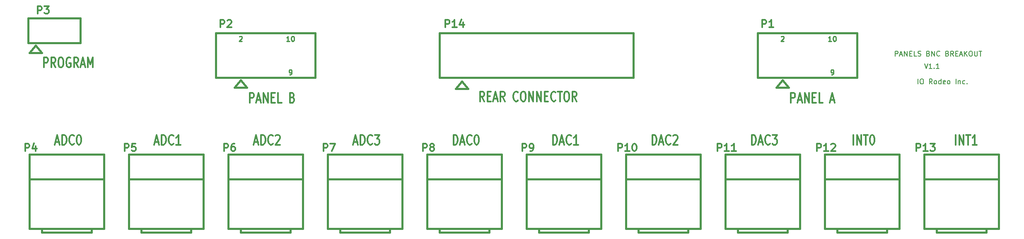
<source format=gto>
G04 (created by PCBNEW (2013-jul-07)-stable) date Thu 13 Aug 2015 05:15:58 PM PDT*
%MOIN*%
G04 Gerber Fmt 3.4, Leading zero omitted, Abs format*
%FSLAX34Y34*%
G01*
G70*
G90*
G04 APERTURE LIST*
%ADD10C,0.00393701*%
%ADD11C,0.008*%
%ADD12C,0.012*%
%ADD13C,0.015*%
%ADD14C,0.01*%
G04 APERTURE END LIST*
G54D10*
G54D11*
X91140Y-29011D02*
X91273Y-29411D01*
X91407Y-29011D01*
X91750Y-29411D02*
X91521Y-29411D01*
X91635Y-29411D02*
X91635Y-29011D01*
X91597Y-29069D01*
X91559Y-29107D01*
X91521Y-29126D01*
X91921Y-29373D02*
X91940Y-29392D01*
X91921Y-29411D01*
X91902Y-29392D01*
X91921Y-29373D01*
X91921Y-29411D01*
X92321Y-29411D02*
X92092Y-29411D01*
X92207Y-29411D02*
X92207Y-29011D01*
X92169Y-29069D01*
X92130Y-29107D01*
X92092Y-29126D01*
X90626Y-30661D02*
X90626Y-30261D01*
X90892Y-30261D02*
X90969Y-30261D01*
X91007Y-30280D01*
X91045Y-30319D01*
X91064Y-30395D01*
X91064Y-30528D01*
X91045Y-30604D01*
X91007Y-30642D01*
X90969Y-30661D01*
X90892Y-30661D01*
X90854Y-30642D01*
X90816Y-30604D01*
X90797Y-30528D01*
X90797Y-30395D01*
X90816Y-30319D01*
X90854Y-30280D01*
X90892Y-30261D01*
X91769Y-30661D02*
X91635Y-30471D01*
X91540Y-30661D02*
X91540Y-30261D01*
X91692Y-30261D01*
X91730Y-30280D01*
X91750Y-30300D01*
X91769Y-30338D01*
X91769Y-30395D01*
X91750Y-30433D01*
X91730Y-30452D01*
X91692Y-30471D01*
X91540Y-30471D01*
X91997Y-30661D02*
X91959Y-30642D01*
X91940Y-30623D01*
X91921Y-30585D01*
X91921Y-30471D01*
X91940Y-30433D01*
X91959Y-30414D01*
X91997Y-30395D01*
X92054Y-30395D01*
X92092Y-30414D01*
X92111Y-30433D01*
X92130Y-30471D01*
X92130Y-30585D01*
X92111Y-30623D01*
X92092Y-30642D01*
X92054Y-30661D01*
X91997Y-30661D01*
X92473Y-30661D02*
X92473Y-30261D01*
X92473Y-30642D02*
X92435Y-30661D01*
X92359Y-30661D01*
X92321Y-30642D01*
X92302Y-30623D01*
X92283Y-30585D01*
X92283Y-30471D01*
X92302Y-30433D01*
X92321Y-30414D01*
X92359Y-30395D01*
X92435Y-30395D01*
X92473Y-30414D01*
X92816Y-30642D02*
X92778Y-30661D01*
X92702Y-30661D01*
X92664Y-30642D01*
X92645Y-30604D01*
X92645Y-30452D01*
X92664Y-30414D01*
X92702Y-30395D01*
X92778Y-30395D01*
X92816Y-30414D01*
X92835Y-30452D01*
X92835Y-30490D01*
X92645Y-30528D01*
X93064Y-30661D02*
X93026Y-30642D01*
X93007Y-30623D01*
X92988Y-30585D01*
X92988Y-30471D01*
X93007Y-30433D01*
X93026Y-30414D01*
X93064Y-30395D01*
X93121Y-30395D01*
X93159Y-30414D01*
X93178Y-30433D01*
X93197Y-30471D01*
X93197Y-30585D01*
X93178Y-30623D01*
X93159Y-30642D01*
X93121Y-30661D01*
X93064Y-30661D01*
X93673Y-30661D02*
X93673Y-30261D01*
X93864Y-30395D02*
X93864Y-30661D01*
X93864Y-30433D02*
X93883Y-30414D01*
X93921Y-30395D01*
X93978Y-30395D01*
X94016Y-30414D01*
X94035Y-30452D01*
X94035Y-30661D01*
X94397Y-30642D02*
X94359Y-30661D01*
X94283Y-30661D01*
X94245Y-30642D01*
X94226Y-30623D01*
X94207Y-30585D01*
X94207Y-30471D01*
X94226Y-30433D01*
X94245Y-30414D01*
X94283Y-30395D01*
X94359Y-30395D01*
X94397Y-30414D01*
X94569Y-30623D02*
X94588Y-30642D01*
X94569Y-30661D01*
X94550Y-30642D01*
X94569Y-30623D01*
X94569Y-30661D01*
X88792Y-28411D02*
X88792Y-28011D01*
X88945Y-28011D01*
X88983Y-28030D01*
X89002Y-28050D01*
X89021Y-28088D01*
X89021Y-28145D01*
X89002Y-28183D01*
X88983Y-28202D01*
X88945Y-28221D01*
X88792Y-28221D01*
X89173Y-28297D02*
X89364Y-28297D01*
X89135Y-28411D02*
X89269Y-28011D01*
X89402Y-28411D01*
X89535Y-28411D02*
X89535Y-28011D01*
X89764Y-28411D01*
X89764Y-28011D01*
X89954Y-28202D02*
X90088Y-28202D01*
X90145Y-28411D02*
X89954Y-28411D01*
X89954Y-28011D01*
X90145Y-28011D01*
X90507Y-28411D02*
X90316Y-28411D01*
X90316Y-28011D01*
X90621Y-28392D02*
X90678Y-28411D01*
X90773Y-28411D01*
X90811Y-28392D01*
X90830Y-28373D01*
X90850Y-28335D01*
X90850Y-28297D01*
X90830Y-28259D01*
X90811Y-28240D01*
X90773Y-28221D01*
X90697Y-28202D01*
X90659Y-28183D01*
X90640Y-28164D01*
X90621Y-28126D01*
X90621Y-28088D01*
X90640Y-28050D01*
X90659Y-28030D01*
X90697Y-28011D01*
X90792Y-28011D01*
X90850Y-28030D01*
X91459Y-28202D02*
X91516Y-28221D01*
X91535Y-28240D01*
X91554Y-28278D01*
X91554Y-28335D01*
X91535Y-28373D01*
X91516Y-28392D01*
X91478Y-28411D01*
X91326Y-28411D01*
X91326Y-28011D01*
X91459Y-28011D01*
X91497Y-28030D01*
X91516Y-28050D01*
X91535Y-28088D01*
X91535Y-28126D01*
X91516Y-28164D01*
X91497Y-28183D01*
X91459Y-28202D01*
X91326Y-28202D01*
X91726Y-28411D02*
X91726Y-28011D01*
X91954Y-28411D01*
X91954Y-28011D01*
X92373Y-28373D02*
X92354Y-28392D01*
X92297Y-28411D01*
X92259Y-28411D01*
X92202Y-28392D01*
X92164Y-28354D01*
X92145Y-28316D01*
X92126Y-28240D01*
X92126Y-28183D01*
X92145Y-28107D01*
X92164Y-28069D01*
X92202Y-28030D01*
X92259Y-28011D01*
X92297Y-28011D01*
X92354Y-28030D01*
X92373Y-28050D01*
X92983Y-28202D02*
X93040Y-28221D01*
X93059Y-28240D01*
X93078Y-28278D01*
X93078Y-28335D01*
X93059Y-28373D01*
X93040Y-28392D01*
X93002Y-28411D01*
X92850Y-28411D01*
X92850Y-28011D01*
X92983Y-28011D01*
X93021Y-28030D01*
X93040Y-28050D01*
X93059Y-28088D01*
X93059Y-28126D01*
X93040Y-28164D01*
X93021Y-28183D01*
X92983Y-28202D01*
X92850Y-28202D01*
X93478Y-28411D02*
X93345Y-28221D01*
X93250Y-28411D02*
X93250Y-28011D01*
X93402Y-28011D01*
X93440Y-28030D01*
X93459Y-28050D01*
X93478Y-28088D01*
X93478Y-28145D01*
X93459Y-28183D01*
X93440Y-28202D01*
X93402Y-28221D01*
X93250Y-28221D01*
X93650Y-28202D02*
X93783Y-28202D01*
X93840Y-28411D02*
X93650Y-28411D01*
X93650Y-28011D01*
X93840Y-28011D01*
X93992Y-28297D02*
X94183Y-28297D01*
X93954Y-28411D02*
X94088Y-28011D01*
X94221Y-28411D01*
X94354Y-28411D02*
X94354Y-28011D01*
X94583Y-28411D02*
X94411Y-28183D01*
X94583Y-28011D02*
X94354Y-28240D01*
X94830Y-28011D02*
X94907Y-28011D01*
X94945Y-28030D01*
X94983Y-28069D01*
X95002Y-28145D01*
X95002Y-28278D01*
X94983Y-28354D01*
X94945Y-28392D01*
X94907Y-28411D01*
X94830Y-28411D01*
X94792Y-28392D01*
X94754Y-28354D01*
X94735Y-28278D01*
X94735Y-28145D01*
X94754Y-28069D01*
X94792Y-28030D01*
X94830Y-28011D01*
X95173Y-28011D02*
X95173Y-28335D01*
X95192Y-28373D01*
X95211Y-28392D01*
X95250Y-28411D01*
X95326Y-28411D01*
X95364Y-28392D01*
X95383Y-28373D01*
X95402Y-28335D01*
X95402Y-28011D01*
X95535Y-28011D02*
X95764Y-28011D01*
X95650Y-28411D02*
X95650Y-28011D01*
G54D12*
X55721Y-32073D02*
X55521Y-31692D01*
X55378Y-32073D02*
X55378Y-31273D01*
X55607Y-31273D01*
X55664Y-31311D01*
X55692Y-31350D01*
X55721Y-31426D01*
X55721Y-31540D01*
X55692Y-31616D01*
X55664Y-31654D01*
X55607Y-31692D01*
X55378Y-31692D01*
X55978Y-31654D02*
X56178Y-31654D01*
X56264Y-32073D02*
X55978Y-32073D01*
X55978Y-31273D01*
X56264Y-31273D01*
X56492Y-31845D02*
X56778Y-31845D01*
X56435Y-32073D02*
X56635Y-31273D01*
X56835Y-32073D01*
X57378Y-32073D02*
X57178Y-31692D01*
X57035Y-32073D02*
X57035Y-31273D01*
X57264Y-31273D01*
X57321Y-31311D01*
X57350Y-31350D01*
X57378Y-31426D01*
X57378Y-31540D01*
X57350Y-31616D01*
X57321Y-31654D01*
X57264Y-31692D01*
X57035Y-31692D01*
X58435Y-31997D02*
X58407Y-32035D01*
X58321Y-32073D01*
X58264Y-32073D01*
X58178Y-32035D01*
X58121Y-31959D01*
X58092Y-31883D01*
X58064Y-31730D01*
X58064Y-31616D01*
X58092Y-31464D01*
X58121Y-31388D01*
X58178Y-31311D01*
X58264Y-31273D01*
X58321Y-31273D01*
X58407Y-31311D01*
X58435Y-31350D01*
X58807Y-31273D02*
X58921Y-31273D01*
X58978Y-31311D01*
X59035Y-31388D01*
X59064Y-31540D01*
X59064Y-31807D01*
X59035Y-31959D01*
X58978Y-32035D01*
X58921Y-32073D01*
X58807Y-32073D01*
X58750Y-32035D01*
X58692Y-31959D01*
X58664Y-31807D01*
X58664Y-31540D01*
X58692Y-31388D01*
X58750Y-31311D01*
X58807Y-31273D01*
X59321Y-32073D02*
X59321Y-31273D01*
X59664Y-32073D01*
X59664Y-31273D01*
X59950Y-32073D02*
X59950Y-31273D01*
X60292Y-32073D01*
X60292Y-31273D01*
X60578Y-31654D02*
X60778Y-31654D01*
X60864Y-32073D02*
X60578Y-32073D01*
X60578Y-31273D01*
X60864Y-31273D01*
X61464Y-31997D02*
X61435Y-32035D01*
X61350Y-32073D01*
X61292Y-32073D01*
X61207Y-32035D01*
X61150Y-31959D01*
X61121Y-31883D01*
X61092Y-31730D01*
X61092Y-31616D01*
X61121Y-31464D01*
X61150Y-31388D01*
X61207Y-31311D01*
X61292Y-31273D01*
X61350Y-31273D01*
X61435Y-31311D01*
X61464Y-31350D01*
X61635Y-31273D02*
X61978Y-31273D01*
X61807Y-32073D02*
X61807Y-31273D01*
X62292Y-31273D02*
X62407Y-31273D01*
X62464Y-31311D01*
X62521Y-31388D01*
X62550Y-31540D01*
X62550Y-31807D01*
X62521Y-31959D01*
X62464Y-32035D01*
X62407Y-32073D01*
X62292Y-32073D01*
X62235Y-32035D01*
X62178Y-31959D01*
X62150Y-31807D01*
X62150Y-31540D01*
X62178Y-31388D01*
X62235Y-31311D01*
X62292Y-31273D01*
X63149Y-32073D02*
X62949Y-31692D01*
X62807Y-32073D02*
X62807Y-31273D01*
X63035Y-31273D01*
X63092Y-31311D01*
X63121Y-31350D01*
X63149Y-31426D01*
X63149Y-31540D01*
X63121Y-31616D01*
X63092Y-31654D01*
X63035Y-31692D01*
X62807Y-31692D01*
X20278Y-29323D02*
X20278Y-28523D01*
X20507Y-28523D01*
X20564Y-28561D01*
X20592Y-28600D01*
X20621Y-28676D01*
X20621Y-28790D01*
X20592Y-28866D01*
X20564Y-28904D01*
X20507Y-28942D01*
X20278Y-28942D01*
X21221Y-29323D02*
X21021Y-28942D01*
X20878Y-29323D02*
X20878Y-28523D01*
X21107Y-28523D01*
X21164Y-28561D01*
X21192Y-28600D01*
X21221Y-28676D01*
X21221Y-28790D01*
X21192Y-28866D01*
X21164Y-28904D01*
X21107Y-28942D01*
X20878Y-28942D01*
X21592Y-28523D02*
X21707Y-28523D01*
X21764Y-28561D01*
X21821Y-28638D01*
X21850Y-28790D01*
X21850Y-29057D01*
X21821Y-29209D01*
X21764Y-29285D01*
X21707Y-29323D01*
X21592Y-29323D01*
X21535Y-29285D01*
X21478Y-29209D01*
X21450Y-29057D01*
X21450Y-28790D01*
X21478Y-28638D01*
X21535Y-28561D01*
X21592Y-28523D01*
X22421Y-28561D02*
X22364Y-28523D01*
X22278Y-28523D01*
X22192Y-28561D01*
X22135Y-28638D01*
X22107Y-28714D01*
X22078Y-28866D01*
X22078Y-28980D01*
X22107Y-29133D01*
X22135Y-29209D01*
X22192Y-29285D01*
X22278Y-29323D01*
X22335Y-29323D01*
X22421Y-29285D01*
X22450Y-29247D01*
X22450Y-28980D01*
X22335Y-28980D01*
X23050Y-29323D02*
X22850Y-28942D01*
X22707Y-29323D02*
X22707Y-28523D01*
X22935Y-28523D01*
X22992Y-28561D01*
X23021Y-28600D01*
X23050Y-28676D01*
X23050Y-28790D01*
X23021Y-28866D01*
X22992Y-28904D01*
X22935Y-28942D01*
X22707Y-28942D01*
X23278Y-29095D02*
X23564Y-29095D01*
X23221Y-29323D02*
X23421Y-28523D01*
X23621Y-29323D01*
X23821Y-29323D02*
X23821Y-28523D01*
X24021Y-29095D01*
X24221Y-28523D01*
X24221Y-29323D01*
X93671Y-35573D02*
X93671Y-34773D01*
X93957Y-35573D02*
X93957Y-34773D01*
X94300Y-35573D01*
X94300Y-34773D01*
X94500Y-34773D02*
X94842Y-34773D01*
X94671Y-35573D02*
X94671Y-34773D01*
X95357Y-35573D02*
X95014Y-35573D01*
X95185Y-35573D02*
X95185Y-34773D01*
X95128Y-34888D01*
X95071Y-34964D01*
X95014Y-35002D01*
X85421Y-35573D02*
X85421Y-34773D01*
X85707Y-35573D02*
X85707Y-34773D01*
X86050Y-35573D01*
X86050Y-34773D01*
X86250Y-34773D02*
X86592Y-34773D01*
X86421Y-35573D02*
X86421Y-34773D01*
X86907Y-34773D02*
X86964Y-34773D01*
X87021Y-34811D01*
X87050Y-34850D01*
X87078Y-34926D01*
X87107Y-35078D01*
X87107Y-35269D01*
X87078Y-35421D01*
X87050Y-35497D01*
X87021Y-35535D01*
X86964Y-35573D01*
X86907Y-35573D01*
X86850Y-35535D01*
X86821Y-35497D01*
X86792Y-35421D01*
X86764Y-35269D01*
X86764Y-35078D01*
X86792Y-34926D01*
X86821Y-34850D01*
X86850Y-34811D01*
X86907Y-34773D01*
X77250Y-35573D02*
X77250Y-34773D01*
X77392Y-34773D01*
X77478Y-34811D01*
X77535Y-34888D01*
X77564Y-34964D01*
X77592Y-35116D01*
X77592Y-35230D01*
X77564Y-35383D01*
X77535Y-35459D01*
X77478Y-35535D01*
X77392Y-35573D01*
X77250Y-35573D01*
X77821Y-35345D02*
X78107Y-35345D01*
X77764Y-35573D02*
X77964Y-34773D01*
X78164Y-35573D01*
X78707Y-35497D02*
X78678Y-35535D01*
X78592Y-35573D01*
X78535Y-35573D01*
X78450Y-35535D01*
X78392Y-35459D01*
X78364Y-35383D01*
X78335Y-35230D01*
X78335Y-35116D01*
X78364Y-34964D01*
X78392Y-34888D01*
X78450Y-34811D01*
X78535Y-34773D01*
X78592Y-34773D01*
X78678Y-34811D01*
X78707Y-34850D01*
X78907Y-34773D02*
X79278Y-34773D01*
X79078Y-35078D01*
X79164Y-35078D01*
X79221Y-35116D01*
X79250Y-35154D01*
X79278Y-35230D01*
X79278Y-35421D01*
X79250Y-35497D01*
X79221Y-35535D01*
X79164Y-35573D01*
X78992Y-35573D01*
X78935Y-35535D01*
X78907Y-35497D01*
X69250Y-35573D02*
X69250Y-34773D01*
X69392Y-34773D01*
X69478Y-34811D01*
X69535Y-34888D01*
X69564Y-34964D01*
X69592Y-35116D01*
X69592Y-35230D01*
X69564Y-35383D01*
X69535Y-35459D01*
X69478Y-35535D01*
X69392Y-35573D01*
X69250Y-35573D01*
X69821Y-35345D02*
X70107Y-35345D01*
X69764Y-35573D02*
X69964Y-34773D01*
X70164Y-35573D01*
X70707Y-35497D02*
X70678Y-35535D01*
X70592Y-35573D01*
X70535Y-35573D01*
X70450Y-35535D01*
X70392Y-35459D01*
X70364Y-35383D01*
X70335Y-35230D01*
X70335Y-35116D01*
X70364Y-34964D01*
X70392Y-34888D01*
X70450Y-34811D01*
X70535Y-34773D01*
X70592Y-34773D01*
X70678Y-34811D01*
X70707Y-34850D01*
X70935Y-34850D02*
X70964Y-34811D01*
X71021Y-34773D01*
X71164Y-34773D01*
X71221Y-34811D01*
X71250Y-34850D01*
X71278Y-34926D01*
X71278Y-35002D01*
X71250Y-35116D01*
X70907Y-35573D01*
X71278Y-35573D01*
X61250Y-35573D02*
X61250Y-34773D01*
X61392Y-34773D01*
X61478Y-34811D01*
X61535Y-34888D01*
X61564Y-34964D01*
X61592Y-35116D01*
X61592Y-35230D01*
X61564Y-35383D01*
X61535Y-35459D01*
X61478Y-35535D01*
X61392Y-35573D01*
X61250Y-35573D01*
X61821Y-35345D02*
X62107Y-35345D01*
X61764Y-35573D02*
X61964Y-34773D01*
X62164Y-35573D01*
X62707Y-35497D02*
X62678Y-35535D01*
X62592Y-35573D01*
X62535Y-35573D01*
X62450Y-35535D01*
X62392Y-35459D01*
X62364Y-35383D01*
X62335Y-35230D01*
X62335Y-35116D01*
X62364Y-34964D01*
X62392Y-34888D01*
X62450Y-34811D01*
X62535Y-34773D01*
X62592Y-34773D01*
X62678Y-34811D01*
X62707Y-34850D01*
X63278Y-35573D02*
X62935Y-35573D01*
X63107Y-35573D02*
X63107Y-34773D01*
X63050Y-34888D01*
X62992Y-34964D01*
X62935Y-35002D01*
X53250Y-35573D02*
X53250Y-34773D01*
X53392Y-34773D01*
X53478Y-34811D01*
X53535Y-34888D01*
X53564Y-34964D01*
X53592Y-35116D01*
X53592Y-35230D01*
X53564Y-35383D01*
X53535Y-35459D01*
X53478Y-35535D01*
X53392Y-35573D01*
X53250Y-35573D01*
X53821Y-35345D02*
X54107Y-35345D01*
X53764Y-35573D02*
X53964Y-34773D01*
X54164Y-35573D01*
X54707Y-35497D02*
X54678Y-35535D01*
X54592Y-35573D01*
X54535Y-35573D01*
X54450Y-35535D01*
X54392Y-35459D01*
X54364Y-35383D01*
X54335Y-35230D01*
X54335Y-35116D01*
X54364Y-34964D01*
X54392Y-34888D01*
X54450Y-34811D01*
X54535Y-34773D01*
X54592Y-34773D01*
X54678Y-34811D01*
X54707Y-34850D01*
X55078Y-34773D02*
X55135Y-34773D01*
X55192Y-34811D01*
X55221Y-34850D01*
X55250Y-34926D01*
X55278Y-35078D01*
X55278Y-35269D01*
X55250Y-35421D01*
X55221Y-35497D01*
X55192Y-35535D01*
X55135Y-35573D01*
X55078Y-35573D01*
X55021Y-35535D01*
X54992Y-35497D01*
X54964Y-35421D01*
X54935Y-35269D01*
X54935Y-35078D01*
X54964Y-34926D01*
X54992Y-34850D01*
X55021Y-34811D01*
X55078Y-34773D01*
X45221Y-35345D02*
X45507Y-35345D01*
X45164Y-35573D02*
X45364Y-34773D01*
X45564Y-35573D01*
X45764Y-35573D02*
X45764Y-34773D01*
X45907Y-34773D01*
X45992Y-34811D01*
X46050Y-34888D01*
X46078Y-34964D01*
X46107Y-35116D01*
X46107Y-35230D01*
X46078Y-35383D01*
X46050Y-35459D01*
X45992Y-35535D01*
X45907Y-35573D01*
X45764Y-35573D01*
X46707Y-35497D02*
X46678Y-35535D01*
X46592Y-35573D01*
X46535Y-35573D01*
X46450Y-35535D01*
X46392Y-35459D01*
X46364Y-35383D01*
X46335Y-35230D01*
X46335Y-35116D01*
X46364Y-34964D01*
X46392Y-34888D01*
X46450Y-34811D01*
X46535Y-34773D01*
X46592Y-34773D01*
X46678Y-34811D01*
X46707Y-34850D01*
X46907Y-34773D02*
X47278Y-34773D01*
X47078Y-35078D01*
X47164Y-35078D01*
X47221Y-35116D01*
X47250Y-35154D01*
X47278Y-35230D01*
X47278Y-35421D01*
X47250Y-35497D01*
X47221Y-35535D01*
X47164Y-35573D01*
X46992Y-35573D01*
X46935Y-35535D01*
X46907Y-35497D01*
X37221Y-35345D02*
X37507Y-35345D01*
X37164Y-35573D02*
X37364Y-34773D01*
X37564Y-35573D01*
X37764Y-35573D02*
X37764Y-34773D01*
X37907Y-34773D01*
X37992Y-34811D01*
X38050Y-34888D01*
X38078Y-34964D01*
X38107Y-35116D01*
X38107Y-35230D01*
X38078Y-35383D01*
X38050Y-35459D01*
X37992Y-35535D01*
X37907Y-35573D01*
X37764Y-35573D01*
X38707Y-35497D02*
X38678Y-35535D01*
X38592Y-35573D01*
X38535Y-35573D01*
X38450Y-35535D01*
X38392Y-35459D01*
X38364Y-35383D01*
X38335Y-35230D01*
X38335Y-35116D01*
X38364Y-34964D01*
X38392Y-34888D01*
X38450Y-34811D01*
X38535Y-34773D01*
X38592Y-34773D01*
X38678Y-34811D01*
X38707Y-34850D01*
X38935Y-34850D02*
X38964Y-34811D01*
X39021Y-34773D01*
X39164Y-34773D01*
X39221Y-34811D01*
X39250Y-34850D01*
X39278Y-34926D01*
X39278Y-35002D01*
X39250Y-35116D01*
X38907Y-35573D01*
X39278Y-35573D01*
X29221Y-35345D02*
X29507Y-35345D01*
X29164Y-35573D02*
X29364Y-34773D01*
X29564Y-35573D01*
X29764Y-35573D02*
X29764Y-34773D01*
X29907Y-34773D01*
X29992Y-34811D01*
X30050Y-34888D01*
X30078Y-34964D01*
X30107Y-35116D01*
X30107Y-35230D01*
X30078Y-35383D01*
X30050Y-35459D01*
X29992Y-35535D01*
X29907Y-35573D01*
X29764Y-35573D01*
X30707Y-35497D02*
X30678Y-35535D01*
X30592Y-35573D01*
X30535Y-35573D01*
X30450Y-35535D01*
X30392Y-35459D01*
X30364Y-35383D01*
X30335Y-35230D01*
X30335Y-35116D01*
X30364Y-34964D01*
X30392Y-34888D01*
X30450Y-34811D01*
X30535Y-34773D01*
X30592Y-34773D01*
X30678Y-34811D01*
X30707Y-34850D01*
X31278Y-35573D02*
X30935Y-35573D01*
X31107Y-35573D02*
X31107Y-34773D01*
X31050Y-34888D01*
X30992Y-34964D01*
X30935Y-35002D01*
X21221Y-35345D02*
X21507Y-35345D01*
X21164Y-35573D02*
X21364Y-34773D01*
X21564Y-35573D01*
X21764Y-35573D02*
X21764Y-34773D01*
X21907Y-34773D01*
X21992Y-34811D01*
X22050Y-34888D01*
X22078Y-34964D01*
X22107Y-35116D01*
X22107Y-35230D01*
X22078Y-35383D01*
X22050Y-35459D01*
X21992Y-35535D01*
X21907Y-35573D01*
X21764Y-35573D01*
X22707Y-35497D02*
X22678Y-35535D01*
X22592Y-35573D01*
X22535Y-35573D01*
X22450Y-35535D01*
X22392Y-35459D01*
X22364Y-35383D01*
X22335Y-35230D01*
X22335Y-35116D01*
X22364Y-34964D01*
X22392Y-34888D01*
X22450Y-34811D01*
X22535Y-34773D01*
X22592Y-34773D01*
X22678Y-34811D01*
X22707Y-34850D01*
X23078Y-34773D02*
X23135Y-34773D01*
X23192Y-34811D01*
X23221Y-34850D01*
X23250Y-34926D01*
X23278Y-35078D01*
X23278Y-35269D01*
X23250Y-35421D01*
X23221Y-35497D01*
X23192Y-35535D01*
X23135Y-35573D01*
X23078Y-35573D01*
X23021Y-35535D01*
X22992Y-35497D01*
X22964Y-35421D01*
X22935Y-35269D01*
X22935Y-35078D01*
X22964Y-34926D01*
X22992Y-34850D01*
X23021Y-34811D01*
X23078Y-34773D01*
X36848Y-32173D02*
X36848Y-31373D01*
X37077Y-31373D01*
X37134Y-31411D01*
X37162Y-31450D01*
X37191Y-31526D01*
X37191Y-31640D01*
X37162Y-31716D01*
X37134Y-31754D01*
X37077Y-31792D01*
X36848Y-31792D01*
X37420Y-31945D02*
X37705Y-31945D01*
X37362Y-32173D02*
X37562Y-31373D01*
X37762Y-32173D01*
X37962Y-32173D02*
X37962Y-31373D01*
X38305Y-32173D01*
X38305Y-31373D01*
X38591Y-31754D02*
X38791Y-31754D01*
X38877Y-32173D02*
X38591Y-32173D01*
X38591Y-31373D01*
X38877Y-31373D01*
X39420Y-32173D02*
X39134Y-32173D01*
X39134Y-31373D01*
X40277Y-31754D02*
X40362Y-31792D01*
X40391Y-31830D01*
X40420Y-31907D01*
X40420Y-32021D01*
X40391Y-32097D01*
X40362Y-32135D01*
X40305Y-32173D01*
X40077Y-32173D01*
X40077Y-31373D01*
X40277Y-31373D01*
X40334Y-31411D01*
X40362Y-31450D01*
X40391Y-31526D01*
X40391Y-31602D01*
X40362Y-31678D01*
X40334Y-31716D01*
X40277Y-31754D01*
X40077Y-31754D01*
X80391Y-32173D02*
X80391Y-31373D01*
X80620Y-31373D01*
X80677Y-31411D01*
X80705Y-31450D01*
X80734Y-31526D01*
X80734Y-31640D01*
X80705Y-31716D01*
X80677Y-31754D01*
X80620Y-31792D01*
X80391Y-31792D01*
X80962Y-31945D02*
X81248Y-31945D01*
X80905Y-32173D02*
X81105Y-31373D01*
X81305Y-32173D01*
X81505Y-32173D02*
X81505Y-31373D01*
X81848Y-32173D01*
X81848Y-31373D01*
X82134Y-31754D02*
X82334Y-31754D01*
X82420Y-32173D02*
X82134Y-32173D01*
X82134Y-31373D01*
X82420Y-31373D01*
X82962Y-32173D02*
X82677Y-32173D01*
X82677Y-31373D01*
X83591Y-31945D02*
X83877Y-31945D01*
X83534Y-32173D02*
X83734Y-31373D01*
X83934Y-32173D01*
G54D13*
X19120Y-42350D02*
X19120Y-36350D01*
X25120Y-42350D02*
X25120Y-36350D01*
X24120Y-42350D02*
X24120Y-42650D01*
X24120Y-42650D02*
X20120Y-42650D01*
X20120Y-42650D02*
X20120Y-42350D01*
X25120Y-38350D02*
X19120Y-38350D01*
X25120Y-42350D02*
X19120Y-42350D01*
X25120Y-36350D02*
X19120Y-36350D01*
X27120Y-42350D02*
X27120Y-36350D01*
X33120Y-42350D02*
X33120Y-36350D01*
X32120Y-42350D02*
X32120Y-42650D01*
X32120Y-42650D02*
X28120Y-42650D01*
X28120Y-42650D02*
X28120Y-42350D01*
X33120Y-38350D02*
X27120Y-38350D01*
X33120Y-42350D02*
X27120Y-42350D01*
X33120Y-36350D02*
X27120Y-36350D01*
X35120Y-42350D02*
X35120Y-36350D01*
X41120Y-42350D02*
X41120Y-36350D01*
X40120Y-42350D02*
X40120Y-42650D01*
X40120Y-42650D02*
X36120Y-42650D01*
X36120Y-42650D02*
X36120Y-42350D01*
X41120Y-38350D02*
X35120Y-38350D01*
X41120Y-42350D02*
X35120Y-42350D01*
X41120Y-36350D02*
X35120Y-36350D01*
X43120Y-42350D02*
X43120Y-36350D01*
X49120Y-42350D02*
X49120Y-36350D01*
X48120Y-42350D02*
X48120Y-42650D01*
X48120Y-42650D02*
X44120Y-42650D01*
X44120Y-42650D02*
X44120Y-42350D01*
X49120Y-38350D02*
X43120Y-38350D01*
X49120Y-42350D02*
X43120Y-42350D01*
X49120Y-36350D02*
X43120Y-36350D01*
X51120Y-42350D02*
X51120Y-36350D01*
X57120Y-42350D02*
X57120Y-36350D01*
X56120Y-42350D02*
X56120Y-42650D01*
X56120Y-42650D02*
X52120Y-42650D01*
X52120Y-42650D02*
X52120Y-42350D01*
X57120Y-38350D02*
X51120Y-38350D01*
X57120Y-42350D02*
X51120Y-42350D01*
X57120Y-36350D02*
X51120Y-36350D01*
X59120Y-42350D02*
X59120Y-36350D01*
X65120Y-42350D02*
X65120Y-36350D01*
X64120Y-42350D02*
X64120Y-42650D01*
X64120Y-42650D02*
X60120Y-42650D01*
X60120Y-42650D02*
X60120Y-42350D01*
X65120Y-38350D02*
X59120Y-38350D01*
X65120Y-42350D02*
X59120Y-42350D01*
X65120Y-36350D02*
X59120Y-36350D01*
X67120Y-42350D02*
X67120Y-36350D01*
X73120Y-42350D02*
X73120Y-36350D01*
X72120Y-42350D02*
X72120Y-42650D01*
X72120Y-42650D02*
X68120Y-42650D01*
X68120Y-42650D02*
X68120Y-42350D01*
X73120Y-38350D02*
X67120Y-38350D01*
X73120Y-42350D02*
X67120Y-42350D01*
X73120Y-36350D02*
X67120Y-36350D01*
X75120Y-42350D02*
X75120Y-36350D01*
X81120Y-42350D02*
X81120Y-36350D01*
X80120Y-42350D02*
X80120Y-42650D01*
X80120Y-42650D02*
X76120Y-42650D01*
X76120Y-42650D02*
X76120Y-42350D01*
X81120Y-38350D02*
X75120Y-38350D01*
X81120Y-42350D02*
X75120Y-42350D01*
X81120Y-36350D02*
X75120Y-36350D01*
X83120Y-42350D02*
X83120Y-36350D01*
X89120Y-42350D02*
X89120Y-36350D01*
X88120Y-42350D02*
X88120Y-42650D01*
X88120Y-42650D02*
X84120Y-42650D01*
X84120Y-42650D02*
X84120Y-42350D01*
X89120Y-38350D02*
X83120Y-38350D01*
X89120Y-42350D02*
X83120Y-42350D01*
X89120Y-36350D02*
X83120Y-36350D01*
X91120Y-42350D02*
X91120Y-36350D01*
X97120Y-42350D02*
X97120Y-36350D01*
X96120Y-42350D02*
X96120Y-42650D01*
X96120Y-42650D02*
X92120Y-42650D01*
X92120Y-42650D02*
X92120Y-42350D01*
X97120Y-38350D02*
X91120Y-38350D01*
X97120Y-42350D02*
X91120Y-42350D01*
X97120Y-36350D02*
X91120Y-36350D01*
X77720Y-26550D02*
X77720Y-30150D01*
X77720Y-30150D02*
X85720Y-30150D01*
X85720Y-30150D02*
X85720Y-26550D01*
X85720Y-26550D02*
X77720Y-26550D01*
X79720Y-30350D02*
X79220Y-30950D01*
X79220Y-30950D02*
X80220Y-30950D01*
X80220Y-30950D02*
X79720Y-30350D01*
X34120Y-26550D02*
X34120Y-30150D01*
X34120Y-30150D02*
X42120Y-30150D01*
X42120Y-30150D02*
X42120Y-26550D01*
X42120Y-26550D02*
X34120Y-26550D01*
X36120Y-30350D02*
X35620Y-30950D01*
X35620Y-30950D02*
X36620Y-30950D01*
X36620Y-30950D02*
X36120Y-30350D01*
X53420Y-31050D02*
X54420Y-31050D01*
X54420Y-31050D02*
X53920Y-30450D01*
X53920Y-30450D02*
X53420Y-31050D01*
X52120Y-26550D02*
X67720Y-26550D01*
X67720Y-26550D02*
X67720Y-30150D01*
X67720Y-30150D02*
X52120Y-30150D01*
X52120Y-30150D02*
X52120Y-26550D01*
X19020Y-25350D02*
X23220Y-25350D01*
X19120Y-28150D02*
X20120Y-28150D01*
X20120Y-28150D02*
X19620Y-27550D01*
X19620Y-27550D02*
X19120Y-28150D01*
X23220Y-25350D02*
X23220Y-27350D01*
X23220Y-27350D02*
X19020Y-27350D01*
X19020Y-27350D02*
X19020Y-25350D01*
G54D12*
X18777Y-36092D02*
X18777Y-35492D01*
X19005Y-35492D01*
X19062Y-35521D01*
X19091Y-35550D01*
X19120Y-35607D01*
X19120Y-35692D01*
X19091Y-35750D01*
X19062Y-35778D01*
X19005Y-35807D01*
X18777Y-35807D01*
X19634Y-35692D02*
X19634Y-36092D01*
X19491Y-35464D02*
X19348Y-35892D01*
X19720Y-35892D01*
X26777Y-36092D02*
X26777Y-35492D01*
X27005Y-35492D01*
X27062Y-35521D01*
X27091Y-35550D01*
X27120Y-35607D01*
X27120Y-35692D01*
X27091Y-35750D01*
X27062Y-35778D01*
X27005Y-35807D01*
X26777Y-35807D01*
X27662Y-35492D02*
X27377Y-35492D01*
X27348Y-35778D01*
X27377Y-35750D01*
X27434Y-35721D01*
X27577Y-35721D01*
X27634Y-35750D01*
X27662Y-35778D01*
X27691Y-35835D01*
X27691Y-35978D01*
X27662Y-36035D01*
X27634Y-36064D01*
X27577Y-36092D01*
X27434Y-36092D01*
X27377Y-36064D01*
X27348Y-36035D01*
X34777Y-36092D02*
X34777Y-35492D01*
X35005Y-35492D01*
X35062Y-35521D01*
X35091Y-35550D01*
X35120Y-35607D01*
X35120Y-35692D01*
X35091Y-35750D01*
X35062Y-35778D01*
X35005Y-35807D01*
X34777Y-35807D01*
X35634Y-35492D02*
X35520Y-35492D01*
X35462Y-35521D01*
X35434Y-35550D01*
X35377Y-35635D01*
X35348Y-35750D01*
X35348Y-35978D01*
X35377Y-36035D01*
X35405Y-36064D01*
X35462Y-36092D01*
X35577Y-36092D01*
X35634Y-36064D01*
X35662Y-36035D01*
X35691Y-35978D01*
X35691Y-35835D01*
X35662Y-35778D01*
X35634Y-35750D01*
X35577Y-35721D01*
X35462Y-35721D01*
X35405Y-35750D01*
X35377Y-35778D01*
X35348Y-35835D01*
X42777Y-36092D02*
X42777Y-35492D01*
X43005Y-35492D01*
X43062Y-35521D01*
X43091Y-35550D01*
X43120Y-35607D01*
X43120Y-35692D01*
X43091Y-35750D01*
X43062Y-35778D01*
X43005Y-35807D01*
X42777Y-35807D01*
X43320Y-35492D02*
X43720Y-35492D01*
X43462Y-36092D01*
X50777Y-36092D02*
X50777Y-35492D01*
X51005Y-35492D01*
X51062Y-35521D01*
X51091Y-35550D01*
X51120Y-35607D01*
X51120Y-35692D01*
X51091Y-35750D01*
X51062Y-35778D01*
X51005Y-35807D01*
X50777Y-35807D01*
X51462Y-35750D02*
X51405Y-35721D01*
X51377Y-35692D01*
X51348Y-35635D01*
X51348Y-35607D01*
X51377Y-35550D01*
X51405Y-35521D01*
X51462Y-35492D01*
X51577Y-35492D01*
X51634Y-35521D01*
X51662Y-35550D01*
X51691Y-35607D01*
X51691Y-35635D01*
X51662Y-35692D01*
X51634Y-35721D01*
X51577Y-35750D01*
X51462Y-35750D01*
X51405Y-35778D01*
X51377Y-35807D01*
X51348Y-35864D01*
X51348Y-35978D01*
X51377Y-36035D01*
X51405Y-36064D01*
X51462Y-36092D01*
X51577Y-36092D01*
X51634Y-36064D01*
X51662Y-36035D01*
X51691Y-35978D01*
X51691Y-35864D01*
X51662Y-35807D01*
X51634Y-35778D01*
X51577Y-35750D01*
X58777Y-36092D02*
X58777Y-35492D01*
X59005Y-35492D01*
X59062Y-35521D01*
X59091Y-35550D01*
X59120Y-35607D01*
X59120Y-35692D01*
X59091Y-35750D01*
X59062Y-35778D01*
X59005Y-35807D01*
X58777Y-35807D01*
X59405Y-36092D02*
X59520Y-36092D01*
X59577Y-36064D01*
X59605Y-36035D01*
X59662Y-35950D01*
X59691Y-35835D01*
X59691Y-35607D01*
X59662Y-35550D01*
X59634Y-35521D01*
X59577Y-35492D01*
X59462Y-35492D01*
X59405Y-35521D01*
X59377Y-35550D01*
X59348Y-35607D01*
X59348Y-35750D01*
X59377Y-35807D01*
X59405Y-35835D01*
X59462Y-35864D01*
X59577Y-35864D01*
X59634Y-35835D01*
X59662Y-35807D01*
X59691Y-35750D01*
X66491Y-36092D02*
X66491Y-35492D01*
X66720Y-35492D01*
X66777Y-35521D01*
X66805Y-35550D01*
X66834Y-35607D01*
X66834Y-35692D01*
X66805Y-35750D01*
X66777Y-35778D01*
X66720Y-35807D01*
X66491Y-35807D01*
X67405Y-36092D02*
X67062Y-36092D01*
X67234Y-36092D02*
X67234Y-35492D01*
X67177Y-35578D01*
X67120Y-35635D01*
X67062Y-35664D01*
X67777Y-35492D02*
X67834Y-35492D01*
X67891Y-35521D01*
X67920Y-35550D01*
X67948Y-35607D01*
X67977Y-35721D01*
X67977Y-35864D01*
X67948Y-35978D01*
X67920Y-36035D01*
X67891Y-36064D01*
X67834Y-36092D01*
X67777Y-36092D01*
X67720Y-36064D01*
X67691Y-36035D01*
X67662Y-35978D01*
X67634Y-35864D01*
X67634Y-35721D01*
X67662Y-35607D01*
X67691Y-35550D01*
X67720Y-35521D01*
X67777Y-35492D01*
X74491Y-36092D02*
X74491Y-35492D01*
X74720Y-35492D01*
X74777Y-35521D01*
X74805Y-35550D01*
X74834Y-35607D01*
X74834Y-35692D01*
X74805Y-35750D01*
X74777Y-35778D01*
X74720Y-35807D01*
X74491Y-35807D01*
X75405Y-36092D02*
X75062Y-36092D01*
X75234Y-36092D02*
X75234Y-35492D01*
X75177Y-35578D01*
X75120Y-35635D01*
X75062Y-35664D01*
X75977Y-36092D02*
X75634Y-36092D01*
X75805Y-36092D02*
X75805Y-35492D01*
X75748Y-35578D01*
X75691Y-35635D01*
X75634Y-35664D01*
X82491Y-36092D02*
X82491Y-35492D01*
X82720Y-35492D01*
X82777Y-35521D01*
X82805Y-35550D01*
X82834Y-35607D01*
X82834Y-35692D01*
X82805Y-35750D01*
X82777Y-35778D01*
X82720Y-35807D01*
X82491Y-35807D01*
X83405Y-36092D02*
X83062Y-36092D01*
X83234Y-36092D02*
X83234Y-35492D01*
X83177Y-35578D01*
X83120Y-35635D01*
X83062Y-35664D01*
X83634Y-35550D02*
X83662Y-35521D01*
X83720Y-35492D01*
X83862Y-35492D01*
X83920Y-35521D01*
X83948Y-35550D01*
X83977Y-35607D01*
X83977Y-35664D01*
X83948Y-35750D01*
X83605Y-36092D01*
X83977Y-36092D01*
X90491Y-36092D02*
X90491Y-35492D01*
X90720Y-35492D01*
X90777Y-35521D01*
X90805Y-35550D01*
X90834Y-35607D01*
X90834Y-35692D01*
X90805Y-35750D01*
X90777Y-35778D01*
X90720Y-35807D01*
X90491Y-35807D01*
X91405Y-36092D02*
X91062Y-36092D01*
X91234Y-36092D02*
X91234Y-35492D01*
X91177Y-35578D01*
X91120Y-35635D01*
X91062Y-35664D01*
X91605Y-35492D02*
X91977Y-35492D01*
X91777Y-35721D01*
X91862Y-35721D01*
X91920Y-35750D01*
X91948Y-35778D01*
X91977Y-35835D01*
X91977Y-35978D01*
X91948Y-36035D01*
X91920Y-36064D01*
X91862Y-36092D01*
X91691Y-36092D01*
X91634Y-36064D01*
X91605Y-36035D01*
X78077Y-26092D02*
X78077Y-25492D01*
X78305Y-25492D01*
X78362Y-25521D01*
X78391Y-25550D01*
X78420Y-25607D01*
X78420Y-25692D01*
X78391Y-25750D01*
X78362Y-25778D01*
X78305Y-25807D01*
X78077Y-25807D01*
X78991Y-26092D02*
X78648Y-26092D01*
X78820Y-26092D02*
X78820Y-25492D01*
X78762Y-25578D01*
X78705Y-25635D01*
X78648Y-25664D01*
G54D14*
X79605Y-26850D02*
X79624Y-26830D01*
X79662Y-26811D01*
X79758Y-26811D01*
X79796Y-26830D01*
X79815Y-26850D01*
X79834Y-26888D01*
X79834Y-26926D01*
X79815Y-26983D01*
X79586Y-27211D01*
X79834Y-27211D01*
X83643Y-27211D02*
X83415Y-27211D01*
X83529Y-27211D02*
X83529Y-26811D01*
X83491Y-26869D01*
X83453Y-26907D01*
X83415Y-26926D01*
X83891Y-26811D02*
X83929Y-26811D01*
X83967Y-26830D01*
X83986Y-26850D01*
X84005Y-26888D01*
X84024Y-26964D01*
X84024Y-27059D01*
X84005Y-27135D01*
X83986Y-27173D01*
X83967Y-27192D01*
X83929Y-27211D01*
X83891Y-27211D01*
X83853Y-27192D01*
X83834Y-27173D01*
X83815Y-27135D01*
X83796Y-27059D01*
X83796Y-26964D01*
X83815Y-26888D01*
X83834Y-26850D01*
X83853Y-26830D01*
X83891Y-26811D01*
X83643Y-29911D02*
X83720Y-29911D01*
X83758Y-29892D01*
X83777Y-29873D01*
X83815Y-29816D01*
X83834Y-29740D01*
X83834Y-29588D01*
X83815Y-29550D01*
X83796Y-29530D01*
X83758Y-29511D01*
X83681Y-29511D01*
X83643Y-29530D01*
X83624Y-29550D01*
X83605Y-29588D01*
X83605Y-29683D01*
X83624Y-29721D01*
X83643Y-29740D01*
X83681Y-29759D01*
X83758Y-29759D01*
X83796Y-29740D01*
X83815Y-29721D01*
X83834Y-29683D01*
G54D12*
X34477Y-26092D02*
X34477Y-25492D01*
X34705Y-25492D01*
X34762Y-25521D01*
X34791Y-25550D01*
X34820Y-25607D01*
X34820Y-25692D01*
X34791Y-25750D01*
X34762Y-25778D01*
X34705Y-25807D01*
X34477Y-25807D01*
X35048Y-25550D02*
X35077Y-25521D01*
X35134Y-25492D01*
X35277Y-25492D01*
X35334Y-25521D01*
X35362Y-25550D01*
X35391Y-25607D01*
X35391Y-25664D01*
X35362Y-25750D01*
X35020Y-26092D01*
X35391Y-26092D01*
G54D14*
X36005Y-26850D02*
X36024Y-26830D01*
X36062Y-26811D01*
X36158Y-26811D01*
X36196Y-26830D01*
X36215Y-26850D01*
X36234Y-26888D01*
X36234Y-26926D01*
X36215Y-26983D01*
X35986Y-27211D01*
X36234Y-27211D01*
X40043Y-27211D02*
X39815Y-27211D01*
X39929Y-27211D02*
X39929Y-26811D01*
X39891Y-26869D01*
X39853Y-26907D01*
X39815Y-26926D01*
X40291Y-26811D02*
X40329Y-26811D01*
X40367Y-26830D01*
X40386Y-26850D01*
X40405Y-26888D01*
X40424Y-26964D01*
X40424Y-27059D01*
X40405Y-27135D01*
X40386Y-27173D01*
X40367Y-27192D01*
X40329Y-27211D01*
X40291Y-27211D01*
X40253Y-27192D01*
X40234Y-27173D01*
X40215Y-27135D01*
X40196Y-27059D01*
X40196Y-26964D01*
X40215Y-26888D01*
X40234Y-26850D01*
X40253Y-26830D01*
X40291Y-26811D01*
X40043Y-29911D02*
X40120Y-29911D01*
X40158Y-29892D01*
X40177Y-29873D01*
X40215Y-29816D01*
X40234Y-29740D01*
X40234Y-29588D01*
X40215Y-29550D01*
X40196Y-29530D01*
X40158Y-29511D01*
X40081Y-29511D01*
X40043Y-29530D01*
X40024Y-29550D01*
X40005Y-29588D01*
X40005Y-29683D01*
X40024Y-29721D01*
X40043Y-29740D01*
X40081Y-29759D01*
X40158Y-29759D01*
X40196Y-29740D01*
X40215Y-29721D01*
X40234Y-29683D01*
G54D12*
X52591Y-26092D02*
X52591Y-25492D01*
X52820Y-25492D01*
X52877Y-25521D01*
X52905Y-25550D01*
X52934Y-25607D01*
X52934Y-25692D01*
X52905Y-25750D01*
X52877Y-25778D01*
X52820Y-25807D01*
X52591Y-25807D01*
X53505Y-26092D02*
X53162Y-26092D01*
X53334Y-26092D02*
X53334Y-25492D01*
X53277Y-25578D01*
X53220Y-25635D01*
X53162Y-25664D01*
X54020Y-25692D02*
X54020Y-26092D01*
X53877Y-25464D02*
X53734Y-25892D01*
X54105Y-25892D01*
X19777Y-24992D02*
X19777Y-24392D01*
X20005Y-24392D01*
X20062Y-24421D01*
X20091Y-24450D01*
X20120Y-24507D01*
X20120Y-24592D01*
X20091Y-24650D01*
X20062Y-24678D01*
X20005Y-24707D01*
X19777Y-24707D01*
X20320Y-24392D02*
X20691Y-24392D01*
X20491Y-24621D01*
X20577Y-24621D01*
X20634Y-24650D01*
X20662Y-24678D01*
X20691Y-24735D01*
X20691Y-24878D01*
X20662Y-24935D01*
X20634Y-24964D01*
X20577Y-24992D01*
X20405Y-24992D01*
X20348Y-24964D01*
X20320Y-24935D01*
M02*

</source>
